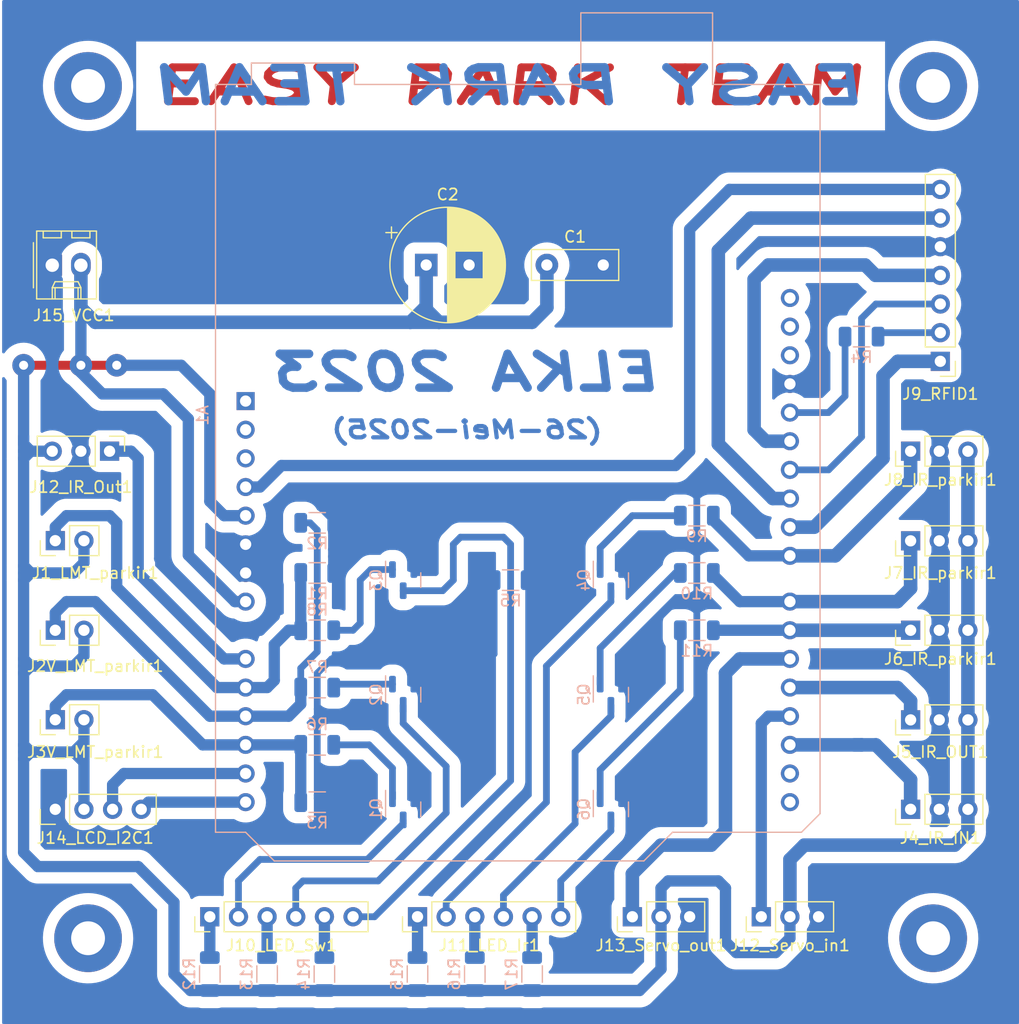
<source format=kicad_pcb>
(kicad_pcb (version 20211014) (generator pcbnew)
  (layers (0 "F.Cu" signal) (31 "B.Cu" signal) (34 "B.Paste" user) (35 "F.Paste" user) (36 "B.SilkS" user "B.Silkscreen") (37 "F.SilkS" user "F.Silkscreen") (38 "B.Mask" user) (39 "F.Mask" user) (44 "Edge.Cuts" user))
  (net 0 "")
  (net 4 "3,3V")
  (net 5 "5,5V")
  (net 6 "Earth")
  (net 7 "VCC")
  (net 8 "A0")
  (net 9 "A1")
  (net 10 "A2")
  (net 11 "A3")
  (net 12 "A4")
  (net 13 "A5")
  (net 16 "D2")
  (net 17 "D3")
  (net 18 "D4")
  (net 19 "D5")
  (net 20 "D6")
  (net 21 "D7")
  (net 22 "D8")
  (net 23 "D9")
  (net 24 "D10")
  (net 25 "D11")
  (net 26 "D12")
  (net 27 "D13")
  (net 29 "A6")
  (net 30 "A7")
  (net 31 "Net-(J10_LED_Sw1-Pad1)")
  (net 32 "Net-(J10_LED_Sw1-Pad2)")
  (net 33 "Net-(J10_LED_Sw1-Pad3)")
  (net 34 "Net-(J10_LED_Sw1-Pad4)")
  (net 35 "Net-(J10_LED_Sw1-Pad5)")
  (net 36 "Net-(J10_LED_Sw1-Pad6)")
  (net 37 "Net-(J11_LED_Ir1-Pad1)")
  (net 38 "Net-(J11_LED_Ir1-Pad2)")
  (net 39 "Net-(J11_LED_Ir1-Pad3)")
  (net 40 "Net-(J11_LED_Ir1-Pad4)")
  (net 41 "Net-(J11_LED_Ir1-Pad5)")
  (net 42 "Net-(J11_LED_Ir1-Pad6)")
  (net 43 "Net-(Q1-Pad1)")
  (net 44 "Net-(Q2-Pad1)")
  (net 45 "Net-(Q3-Pad1)")
  (net 46 "Net-(Q4-Pad1)")
  (net 47 "Net-(Q5-Pad1)")
  (net 48 "Net-(Q6-Pad1)")
  (footprint "Connector_PinHeader_2.54mm:PinHeader_1x02_P2.54mm_Vertical" (layer "F.Cu") (at 130.445 83.495 90)
    (fp_text reference "J1_LMT_parkir1")
    (fp_text value "Conn_01x02")
  )
  (footprint "Connector_PinHeader_2.54mm:PinHeader_1x04_P2.54mm_Vertical" (layer "F.Cu") (at 130.445 107.315 90)
    (fp_text reference "J14_LCD_I2C1")
    (fp_text value "Conn_01x04")
  )
  (footprint "Connector_PinHeader_2.54mm:PinHeader_1x07_P2.54mm_Vertical" (layer "F.Cu") (at 208.915 67.595 180)
    (fp_text reference "J9_RFID1")
    (fp_text value "Conn_01x07")
  )
  (footprint "Connector_PinHeader_2.54mm:PinHeader_1x03_P2.54mm_Vertical" (layer "F.Cu") (at 135.255 75.565 -90)
    (fp_text reference "J12_IR_Out1")
    (fp_text value "Conn_01x03")
  )
  (footprint "Connector_PinHeader_2.54mm:PinHeader_1x03_P2.54mm_Vertical" (layer "F.Cu") (at 206.28 91.44 90)
    (fp_text reference "J6_IR_parkir1")
    (fp_text value "Conn_01x03")
  )
  (footprint "Connector_Molex:Molex_KK-254_AE-6410-02A_1x02_P2.54mm_Vertical" (layer "F.Cu") (at 130.175 59.075)
    (fp_text reference "J15_VCC1")
    (fp_text value "Conn_01x02")
  )
  (footprint "Connector_PinHeader_2.54mm:PinHeader_1x06_P2.54mm_Vertical" (layer "F.Cu") (at 144.145 116.84 90)
    (fp_text reference "J10_LED_Sw1")
    (fp_text value "Conn_01x06")
  )
  (footprint "Connector_PinHeader_2.54mm:PinHeader_1x03_P2.54mm_Vertical" (layer "F.Cu") (at 206.28 83.51 90)
    (fp_text reference "J7_IR_parkir1")
    (fp_text value "Conn_01x03")
  )
  (footprint "Capacitor_THT:C_Disc_D7.5mm_W2.5mm_P5.00mm" (layer "F.Cu") (at 174.03 59.055)
    (fp_text reference "C1")
    (fp_text value "C_Small")
  )
  (footprint "Connector_PinHeader_2.54mm:PinHeader_1x02_P2.54mm_Vertical" (layer "F.Cu") (at 130.445 99.37 90)
    (fp_text reference "J3V_LMT_parkir1")
    (fp_text value "Conn_01x02")
  )
  (footprint "Capacitor_THT:CP_Radial_D10.0mm_P3.80mm" (layer "F.Cu") (at 163.332323 59.055)
    (fp_text reference "C2")
    (fp_text value "C_Polarized_US")
  )
  (footprint "Connector_PinHeader_2.54mm:PinHeader_1x06_P2.54mm_Vertical" (layer "F.Cu") (at 162.56 116.84 90)
    (fp_text reference "J11_LED_Ir1")
    (fp_text value "Conn_01x06")
  )
  (footprint "Connector_PinHeader_2.54mm:PinHeader_1x03_P2.54mm_Vertical" (layer "F.Cu") (at 193.04 116.84 90)
    (fp_text reference "J12_Servo_in1")
    (fp_text value "Conn_01x03")
  )
  (footprint "Connector_PinHeader_2.54mm:PinHeader_1x02_P2.54mm_Vertical" (layer "F.Cu") (at 130.445 91.44 90)
    (fp_text reference "J2V_LMT_parkir1")
    (fp_text value "Conn_01x02")
  )
  (footprint "Connector_PinHeader_2.54mm:PinHeader_1x03_P2.54mm_Vertical" (layer "F.Cu") (at 206.28 99.385 90)
    (fp_text reference "J5_IR_OUT1")
    (fp_text value "Conn_01x03")
  )
  (footprint "Connector_PinHeader_2.54mm:PinHeader_1x03_P2.54mm_Vertical" (layer "F.Cu") (at 206.28 107.315 90)
    (fp_text reference "J4_IR_IN1")
    (fp_text value "Conn_01x03")
  )
  (footprint "Connector_PinHeader_2.54mm:PinHeader_1x03_P2.54mm_Vertical" (layer "F.Cu") (at 181.61 116.84 90)
    (fp_text reference "J13_Servo_out1")
    (fp_text value "Conn_01x03")
  )
  (footprint "Connector_PinHeader_2.54mm:PinHeader_1x03_P2.54mm_Vertical" (layer "F.Cu") (at 206.28 75.565 90)
    (fp_text reference "J8_IR_parkir1")
    (fp_text value "Conn_01x03")
  )
  (footprint "Package_TO_SOT_SMD:SOT-23" (layer "B.Cu") (at 161.29 86.995 -90)
    (fp_text reference "Q3")
    (fp_text value "BC818")
  )
  (footprint "Resistor_SMD:R_1206_3216Metric" (layer "B.Cu") (at 153.67 81.915)
    (fp_text reference "R2")
    (fp_text value "R_US")
  )
  (footprint "Resistor_SMD:R_1206_3216Metric" (layer "B.Cu") (at 187.325 86.36)
    (fp_text reference "R10")
    (fp_text value "R_US")
  )
  (footprint "Module:Arduino_UNO_R3" (layer "B.Cu") (at 147.32 71.12 -90)
    (fp_text reference "A1")
    (fp_text value "Arduino_UNO_R3")
  )
  (footprint "Package_TO_SOT_SMD:SOT-23" (layer "B.Cu") (at 179.705 86.995 -90)
    (fp_text reference "Q4")
    (fp_text value "BC818")
  )
  (footprint "Package_TO_SOT_SMD:SOT-23" (layer "B.Cu") (at 179.705 97.155 -90)
    (fp_text reference "Q5")
    (fp_text value "BC818")
  )
  (footprint "Resistor_SMD:R_1206_3216Metric" (layer "B.Cu") (at 144.145 121.92 -90)
    (fp_text reference "R12")
    (fp_text value "R_US")
  )
  (footprint "Resistor_SMD:R_1206_3216Metric" (layer "B.Cu") (at 149.225 121.92 -90)
    (fp_text reference "R13")
    (fp_text value "R_US")
  )
  (footprint "Resistor_SMD:R_1206_3216Metric" (layer "B.Cu") (at 162.56 121.92 -90)
    (fp_text reference "R15")
    (fp_text value "R_US")
  )
  (footprint "Resistor_SMD:R_1206_3216Metric" (layer "B.Cu") (at 154.305 121.92 -90)
    (fp_text reference "R14")
    (fp_text value "R_US")
  )
  (footprint "Resistor_SMD:R_1206_3216Metric" (layer "B.Cu") (at 153.67 86.36)
    (fp_text reference "R1")
    (fp_text value "R_US")
  )
  (footprint "Package_TO_SOT_SMD:SOT-23" (layer "B.Cu") (at 161.29 107.315 -90)
    (fp_text reference "Q1")
    (fp_text value "BC818")
  )
  (footprint "Resistor_SMD:R_1206_3216Metric" (layer "B.Cu") (at 153.67 106.68)
    (fp_text reference "R3")
    (fp_text value "R_US")
  )
  (footprint "Resistor_SMD:R_1206_3216Metric" (layer "B.Cu") (at 187.325 91.44)
    (fp_text reference "R11")
    (fp_text value "R_US")
  )
  (footprint "Resistor_SMD:R_1206_3216Metric" (layer "B.Cu") (at 201.93 65.405)
    (fp_text reference "R4")
    (fp_text value "R_US")
  )
  (footprint "Package_TO_SOT_SMD:SOT-23" (layer "B.Cu") (at 161.29 97.155 -90)
    (fp_text reference "Q2")
    (fp_text value "BC818")
  )
  (footprint "Resistor_SMD:R_1206_3216Metric" (layer "B.Cu") (at 153.67 101.6 180)
    (fp_text reference "R6")
    (fp_text value "R_US")
  )
  (footprint "Resistor_SMD:R_1206_3216Metric" (layer "B.Cu") (at 187.325 81.28)
    (fp_text reference "R9")
    (fp_text value "R_US")
  )
  (footprint "Resistor_SMD:R_1206_3216Metric" (layer "B.Cu") (at 167.64 121.92 -90)
    (fp_text reference "R16")
    (fp_text value "R_US")
  )
  (footprint "Package_TO_SOT_SMD:SOT-23" (layer "B.Cu") (at 179.705 107.315 -90)
    (fp_text reference "Q6")
    (fp_text value "BC818")
  )
  (footprint "Resistor_SMD:R_1206_3216Metric" (layer "B.Cu") (at 153.67 91.44 180)
    (fp_text reference "R8")
    (fp_text value "R_US")
  )
  (footprint "Resistor_SMD:R_1206_3216Metric" (layer "B.Cu") (at 172.72 121.92 -90)
    (fp_text reference "R17")
    (fp_text value "R_US")
  )
  (footprint "Resistor_SMD:R_1206_3216Metric" (layer "B.Cu") (at 153.67 96.52 180)
    (fp_text reference "R7")
    (fp_text value "R_US")
  )
  (footprint "Resistor_SMD:R_1206_3216Metric" (layer "B.Cu") (at 170.815 86.995)
    (fp_text reference "R5")
    (fp_text value "R_US")
  )
  (gr_line (start 135.89 67.945) (end 127.635 67.945) (layer "F.Cu") (width 0.8))
  (gr_line (start 127.635 67.945) (end 127 67.945) (layer "F.Cu") (width 0.2))
  (gr_text "EASY PARK TEAM" (at 170.815 43.18) (layer "F.Cu") (effects (font (size 3 5) (thickness 0.7) italic)))
  (gr_text "ELKA 2023" (at 167.005 68.58) (layer "B.Cu") (effects (font (size 3 4.2) (thickness 0.75) italic) (justify mirror)))
  (gr_text "EASY PARK TEAM" (at 170.815 43.18) (layer "B.Cu") (effects (font (size 3 5) (thickness 0.75) italic) (justify mirror)))
  (gr_text "(26-Mei-2025)" (at 167.005 73.66) (layer "B.Cu") (effects (font (size 1.5 2) (thickness 0.375) italic) (justify mirror)))
  (via (at 133.35 43.18) (size 6) (drill 3) (layers "F.Cu" "B.Cu") (net 0))
  (via (at 133.35 118.745) (size 6) (drill 3) (layers "F.Cu" "B.Cu") (net 0))
  (via (at 208.28 43.18) (size 6) (drill 3) (layers "F.Cu" "B.Cu") (net 0))
  (via (at 208.28 118.745) (size 6) (drill 3) (layers "F.Cu" "B.Cu") (net 0))
  (segment (start 185.42 76.835) (end 186.69 75.565) (width 1) (layer "B.Cu") (net 4))
  (segment (start 186.69 55.88) (end 190.215 52.355) (width 1) (layer "B.Cu") (net 4))
  (segment (start 150.495 76.835) (end 185.42 76.835) (width 1) (layer "B.Cu") (net 4))
  (segment (start 148.59 78.74) (end 150.495 76.835) (width 1) (layer "B.Cu") (net 4))
  (segment (start 190.215 52.355) (end 208.915 52.355) (width 1) (layer "B.Cu") (net 4))
  (segment (start 147.32 78.74) (end 148.59 78.74) (width 1) (layer "B.Cu") (net 4))
  (segment (start 186.69 75.565) (end 186.69 55.88) (width 1) (layer "B.Cu") (net 4))
  (via (at 135.89 67.945) (size 2) (drill 0.8) (layers "F.Cu" "B.Cu") (net 5))
  (segment (start 144.145 80.01) (end 145.415 81.28) (width 1) (layer "B.Cu") (net 5))
  (segment (start 144.145 70.485) (end 144.145 80.01) (width 1) (layer "B.Cu") (net 5))
  (segment (start 135.89 67.945) (end 141.605 67.945) (width 1) (layer "B.Cu") (net 5))
  (segment (start 141.605 67.945) (end 144.145 70.485) (width 1) (layer "B.Cu") (net 5))
  (segment (start 145.415 81.28) (end 147.32 81.28) (width 1) (layer "B.Cu") (net 5))
  (segment (start 179.03 50.205) (end 179.03 50.125) (width 1.2) (layer "B.Cu") (net 6))
  (segment (start 213.36 70.485) (end 212.725 71.12) (width 1.2) (layer "B.Cu") (net 6))
  (segment (start 156.21 83.82) (end 155.575 83.82) (width 0.6) (layer "B.Cu") (net 6))
  (segment (start 213.995 71.755) (end 213.36 71.12) (width 1) (layer "B.Cu") (net 6))
  (segment (start 187.325 89.535) (end 187.325 88.9) (width 0.6) (layer "B.Cu") (net 6))
  (segment (start 162.24 103.185) (end 162.24 106.3775) (width 0.6) (layer "B.Cu") (net 6))
  (segment (start 172.2775 79.5675) (end 172.2775 78.9325) (width 0.6) (layer "B.Cu") (net 6))
  (segment (start 161.61 93.98) (end 160.02 93.98) (width 0.6) (layer "B.Cu") (net 6))
  (segment (start 187.325 79.375) (end 186.69 78.74) (width 0.6) (layer "B.Cu") (net 6))
  (segment (start 177.8 48.895) (end 182.245 48.895) (width 1.2) (layer "B.Cu") (net 6))
  (segment (start 156.21 83.82) (end 155.1325 82.7425) (width 0.6) (layer "B.Cu") (net 6))
  (segment (start 169.3525 93.5375) (end 169.3525 86.995) (width 0.6) (layer "B.Cu") (net 6))
  (segment (start 182.245 48.895) (end 211.455 48.895) (width 1.2) (layer "B.Cu") (net 6))
  (segment (start 180.655 86.0575) (end 180.655 84.775) (width 0.6) (layer "B.Cu") (net 6))
  (segment (start 212.44 57.435) (end 213.36 56.515) (width 1) (layer "B.Cu") (net 6))
  (segment (start 209.55 71.12) (end 212.725 71.12) (width 1.2) (layer "B.Cu") (net 6))
  (segment (start 180.34 48.895) (end 182.245 48.895) (width 1.2) (layer "B.Cu") (net 6))
  (segment (start 160.02 93.98) (end 163.195 93.98) (width 0.6) (layer "B.Cu") (net 6))
  (segment (start 211.455 48.895) (end 213.36 50.8) (width 1.2) (layer "B.Cu") (net 6))
  (segment (start 130.445 108.855) (end 130.445 107.315) (width 0.6) (layer "B.Cu") (net 6))
  (segment (start 196.215 123.19) (end 198.12 121.285) (width 1) (layer "B.Cu") (net 6))
  (segment (start 155.575 83.82) (end 155.1325 84.2625) (width 0.6) (layer "B.Cu") (net 6))
  (segment (start 165.735 48.895) (end 168.275 48.895) (width 1.2) (layer "B.Cu") (net 6))
  (segment (start 155.1325 84.2625) (end 155.1325 84.8975) (width 1) (layer "B.Cu") (net 6))
  (segment (start 130.175 59.075) (end 130.175 71.12) (width 1) (layer "B.Cu") (net 6))
  (segment (start 186.69 121.285) (end 188.595 123.19) (width 1) (layer "B.Cu") (net 6))
  (segment (start 167.132323 50.037677) (end 166.877677 50.037677) (width 1.2) (layer "B.Cu") (net 6))
  (segment (start 172.085 78.74) (end 171.45 78.74) (width 0.6) (layer "B.Cu") (net 6))
  (segment (start 132.715 75.565) (end 132.715 73.66) (width 1) (layer "B.Cu") (net 6))
  (segment (start 212.44 57.435) (end 213.075 57.435) (width 1.2) (layer "B.Cu") (net 6))
  (segment (start 180.655 84.775) (end 181.61 83.82) (width 0.6) (layer "B.Cu") (net 6))
  (segment (start 181.61 83.82) (end 186.69 83.82) (width 0.6) (layer "B.Cu") (net 6))
  (segment (start 213.36 50.8) (end 213.36 57.15) (width 1.2) (layer "B.Cu") (net 6))
  (segment (start 146.05 91.44) (end 148.59 91.44) (width 1) (layer "B.Cu") (net 6))
  (segment (start 208.915 57.435) (end 212.44 57.435) (width 1.2) (layer "B.Cu") (net 6))
  (segment (start 180.655 93.665) (end 185.42 88.9) (width 0.6) (layer "B.Cu") (net 6))
  (segment (start 153.67 106.045) (end 153.67 108.585) (width 0.6) (layer "B.Cu") (net 6))
  (segment (start 179.03 50.125) (end 177.8 48.895) (width 1.2) (layer "B.Cu") (net 6))
  (segment (start 149.86 90.17) (end 149.86 84.455) (width 1) (layer "B.Cu") (net 6))
  (segment (start 154.305 99.06) (end 158.115 99.06) (width 0.6) (layer "B.Cu") (net 6))
  (segment (start 172.2775 78.9325) (end 172.085 78.74) (width 0.6) (layer "B.Cu") (net 6))
  (segment (start 168.275 48.895) (end 177.8 48.895) (width 1.2) (layer "B.Cu") (net 6))
  (segment (start 133.35 73.025) (end 133.985 73.025) (width 1) (layer "B.Cu") (net 6))
  (segment (start 186.69 83.82) (end 187.325 83.82) (width 0.6) (layer "B.Cu") (net 6))
  (segment (start 211.455 113.03) (end 213.995 110.49) (width 1) (layer "B.Cu") (net 6))
  (segment (start 198.12 113.665) (end 198.755 113.03) (width 1) (layer "B.Cu") (net 6))
  (segment (start 132.715 48.895) (end 165.735 48.895) (width 1.2) (layer "B.Cu") (net 6))
  (segment (start 154.305 99.06) (end 153.67 99.695) (width 0.6) (layer "B.Cu") (net 6))
  (segment (start 155.1325 82.7425) (end 155.1325 84.2625) (width 1) (layer "B.Cu") (net 6))
  (segment (start 172.72 78.74) (end 172.085 78.74) (width 0.6) (layer "B.Cu") (net 6))
  (segment (start 147.32 83.82) (end 147.32 86.36) (width 1) (layer "B.Cu") (net 6))
  (segment (start 130.175 59.075) (end 130.175 51.435) (width 1.2) (layer "B.Cu") (net 6))
  (segment (start 139.7 85.09) (end 146.05 91.44) (width 1) (layer "B.Cu") (net 6))
  (segment (start 168.91 93.98) (end 169.3525 93.5375) (width 0.6) (layer "B.Cu") (net 6))
  (segment (start 154.305 79.375) (end 155.1325 80.2025) (width 1) (layer "B.Cu") (net 6))
  (segment (start 198.12 116.84) (end 198.12 113.665) (width 1) (layer "B.Cu") (net 6))
  (segment (start 213.36 56.515) (end 213.36 58.42) (width 1.2) (layer "B.Cu") (net 6))
  (segment (start 153.67 99.695) (end 153.67 106.045) (width 0.6) (layer "B.Cu") (net 6))
  (segment (start 151.13 79.375) (end 149.86 80.645) (width 1) (layer "B.Cu") (net 6))
  (segment (start 153.67 98.425) (end 154.305 99.06) (width 0.6) (layer "B.Cu") (net 6))
  (segment (start 132.715 73.66) (end 133.35 73.025) (width 1) (layer "B.Cu") (net 6))
  (segment (start 186.69 78.74) (end 172.72 78.74) (width 0.6) (layer "B.Cu") (net 6))
  (segment (start 149.86 80.645) (end 149.86 83.185) (width 1) (layer "B.Cu") (net 6))
  (segment (start 187.325 97.79) (end 187.325 89.535) (width 0.6) (layer "B.Cu") (net 6))
  (segment (start 153.67 95.25) (end 153.67 98.425) (width 0.6) (layer "B.Cu") (net 6))
  (segment (start 156.21 83.82) (end 155.1325 84.8975) (width 0.6) (layer "B.Cu") (net 6))
  (segment (start 198.12 121.285) (end 198.12 116.84) (width 1) (layer "B.Cu") (net 6))
  (segment (start 186.69 88.9) (end 187.325 88.265) (width 0.6) (layer "B.Cu") (net 6))
  (segment (start 213.36 58.42) (end 213.36 70.485) (width 1.2) (layer "B.Cu") (net 6))
  (segment (start 172.2775 79.1825) (end 172.72 78.74) (width 0.6) (layer "B.Cu") (net 6))
  (segment (start 153.67 108.585) (end 152.4 109.855) (width 0.6) (layer "B.Cu") (net 6))
  (segment (start 153.67 106.3625) (end 153.9875 106.68) (width 0.6) (layer "B.Cu") (net 6))
  (segment (start 133.985 73.025) (end 138.43 73.025) (width 1) (layer "B.Cu") (net 6))
  (segment (start 139.7 74.295) (end 139.7 85.09) (width 1) (layer "B.Cu") (net 6))
  (segment (start 212.44 57.5) (end 213.36 58.42) (width 1) (layer "B.Cu") (net 6))
  (segment (start 160.02 93.98) (end 154.94 93.98) (width 0.6) (layer "B.Cu") (net 6))
  (segment (start 213.075 57.435) (end 213.36 57.15) (width 1.2) (layer "B.Cu") (net 6))
  (segment (start 186.69 116.84) (end 186.69 121.285) (width 1) (layer "B.Cu") (net 6))
  (segment (start 186.69 83.82) (end 187.325 83.185) (width 0.6) (layer "B.Cu") (net 6))
  (segment (start 212.09 71.12) (end 212.725 71.12) (width 1.2) (layer "B.Cu") (net 6))
  (segment (start 149.225 83.82) (end 149.86 84.455) (width 1) (layer "B.Cu") (net 6))
  (segment (start 153.67 79.375) (end 154.305 79.375) (width 1) (layer "B.Cu") (net 6))
  (segment (start 149.86 84.455) (end 149.86 83.185) (width 1) (layer "B.Cu") (net 6))
  (segment (start 172.2775 79.5675) (end 172.2775 79.1825) (width 0.6) (layer "B.Cu") (net 6))
  (segment (start 154.94 93.98) (end 153.67 95.25) (width 0.6) (layer "B.Cu") (net 6))
  (segment (start 187.325 83.185) (end 187.325 79.375) (width 0.6) (layer "B.Cu") (net 6))
  (segment (start 153.67 98.425) (end 153.67 99.695) (width 0.6) (layer "B.Cu") (net 6))
  (segment (start 155.575 78.74) (end 154.94 79.375) (width 0.6) (layer "B.Cu") (net 6))
  (segment (start 152.4 109.855) (end 131.445 109.855) (width 0.6) (layer "B.Cu") (net 6))
  (segment (start 163.195 93.98) (end 162.87 93.98) (width 0.6) (layer "B.Cu") (net 6))
  (segment (start 162.24 86.0575) (end 162.24 84.77) (width 0.6) (layer "B.Cu") (net 6))
  (segment (start 153.67 79.375) (end 151.13 79.375) (width 1) (layer "B.Cu") (net 6))
  (segment (start 130.175 71.12) (end 132.08 73.025) (width 1) (layer "B.Cu") (net 6))
  (segment (start 187.325 84.455) (end 187.325 83.82) (width 0.6) (layer "B.Cu") (net 6))
  (segment (start 162.24 96.2175) (end 162.24 94.61) (width 0.6) (layer "B.Cu") (net 6))
  (segment (start 185.42 88.9) (end 186.69 88.9) (width 0.6) (layer "B.Cu") (net 6))
  (segment (start 171.45 78.74) (end 155.575 78.74) (width 0.6) (layer "B.Cu") (net 6))
  (segment (start 163.195 93.98) (end 168.91 93.98) (width 0.6) (layer "B.Cu") (net 6))
  (segment (start 179.03 59.055) (end 179.03 50.205) (width 1.2) (layer "B.Cu") (net 6))
  (segment (start 138.43 73.025) (end 139.7 74.295) (width 1) (layer "B.Cu") (net 6))
  (segment (start 133.985 73.025) (end 132.08 73.025) (width 1) (layer "B.Cu") (net 6))
  (segment (start 149.225 83.82) (end 147.32 83.82) (width 1) (layer "B.Cu") (net 6))
  (segment (start 166.877677 50.037677) (end 165.735 48.895) (width 1.2) (layer "B.Cu") (net 6))
  (segment (start 179.03 50.205) (end 180.34 48.895) (width 1.2) (layer "B.Cu") (net 6))
  (segment (start 212.44 57.435) (end 212.44 57.5) (width 1) (layer "B.Cu") (net 6))
  (segment (start 154.94 79.375) (end 153.67 79.375) (width 0.6) (layer "B.Cu") (net 6))
  (segment (start 155.1325 80.2025) (end 155.1325 82.7425) (width 1) (layer "B.Cu") (net 6))
  (segment (start 172.2775 79.1825) (end 171.835 78.74) (width 0.6) (layer "B.Cu") (net 6))
  (segment (start 153.9875 106.68) (end 155.1325 106.68) (width 0.6) (layer "B.Cu") (net 6))
  (segment (start 162.24 94.61) (end 161.61 93.98) (width 0.6) (layer "B.Cu") (net 6))
  (segment (start 198.755 113.03) (end 211.455 113.03) (width 1) (layer "B.Cu") (net 6))
  (segment (start 187.325 83.82) (end 187.325 83.185) (width 0.6) (layer "B.Cu") (net 6))
  (segment (start 186.69 88.9) (end 187.325 88.9) (width 0.6) (layer "B.Cu") (net 6))
  (segment (start 208.82 107.315) (end 208.82 71.85) (width 1.2) (layer "B.Cu") (net 6))
  (segment (start 167.132323 50.037677) (end 168.275 48.895) (width 1.2) (layer "B.Cu") (net 6))
  (segment (start 148.59 91.44) (end 149.86 90.17) (width 1) (layer "B.Cu") (net 6))
  (segment (start 171.835 78.74) (end 171.45 78.74) (width 0.6) (layer "B.Cu") (net 6))
  (segment (start 186.69 83.82) (end 187.325 84.455) (width 0.6) (layer "B.Cu") (net 6))
  (segment (start 161.29 83.82) (end 156.21 83.82) (width 0.6) (layer "B.Cu") (net 6))
  (segment (start 187.325 88.9) (end 187.325 88.265) (width 0.6) (layer "B.Cu") (net 6))
  (segment (start 130.175 51.435) (end 132.715 48.895) (width 1.2) (layer "B.Cu") (net 6))
  (segment (start 131.445 109.855) (end 130.445 108.855) (width 0.6) (layer "B.Cu") (net 6))
  (segment (start 187.325 88.265) (end 187.325 84.455) (width 0.6) (layer "B.Cu") (net 6))
  (segment (start 155.1325 84.8975) (end 155.1325 86.36) (width 1) (layer "B.Cu") (net 6))
  (segment (start 213.995 110.49) (end 213.995 71.755) (width 1) (layer "B.Cu") (net 6))
  (segment (start 208.82 71.85) (end 209.55 71.12) (width 1.2) (layer "B.Cu") (net 6))
  (segment (start 158.115 99.06) (end 162.24 103.185) (width 0.6) (layer "B.Cu") (net 6))
  (segment (start 162.87 93.98) (end 162.24 94.61) (width 0.6) (layer "B.Cu") (net 6))
  (segment (start 172.2775 86.995) (end 172.2775 79.5675) (width 0.6) (layer "B.Cu") (net 6))
  (segment (start 180.655 104.46) (end 187.325 97.79) (width 0.6) (layer "B.Cu") (net 6))
  (segment (start 149.86 83.185) (end 149.225 83.82) (width 1) (layer "B.Cu") (net 6))
  (segment (start 180.655 96.2175) (end 180.655 93.665) (width 0.6) (layer "B.Cu") (net 6))
  (segment (start 162.24 84.77) (end 161.29 83.82) (width 0.6) (layer "B.Cu") (net 6))
  (segment (start 188.595 123.19) (end 196.215 123.19) (width 1) (layer "B.Cu") (net 6))
  (segment (start 153.67 106.045) (end 153.67 106.3625) (width 0.6) (layer "B.Cu") (net 6))
  (segment (start 186.69 88.9) (end 187.325 89.535) (width 0.6) (layer "B.Cu") (net 6))
  (segment (start 132.08 73.025) (end 132.715 73.66) (width 1) (layer "B.Cu") (net 6))
  (segment (start 180.655 106.3775) (end 180.655 104.46) (width 0.6) (layer "B.Cu") (net 6))
  (segment (start 167.132323 59.055) (end 167.132323 50.037677) (width 1.2) (layer "B.Cu") (net 6))
  (via (at 132.715 67.945) (size 2) (drill 0.8) (layers "F.Cu" "B.Cu") (net 7))
  (via (at 127.635 67.945) (size 2) (drill 0.8) (layers "F.Cu" "B.Cu") (net 7))
  (segment (start 127.635 95.25) (end 127.635 93.98) (width 1) (layer "B.Cu") (net 7))
  (segment (start 172.72 64.135) (end 164.465 64.135) (width 1.2) (layer "B.Cu") (net 7))
  (segment (start 184.15 114.3) (end 184.15 121.475) (width 1) (layer "B.Cu") (net 7))
  (segment (start 127.635 101.6) (end 127.635 95.25) (width 1) (layer "B.Cu") (net 7))
  (segment (start 161.925 64.135) (end 163.195 62.865) (width 1.2) (layer "B.Cu") (net 7))
  (segment (start 132.985 83.495) (end 132.985 85.455) (width 1) (layer "B.Cu") (net 7))
  (segment (start 211.36 109.315) (end 211.36 75.565) (width 1.2) (layer "B.Cu") (net 7))
  (segment (start 140.97 121.92) (end 140.97 115.57) (width 1) (layer "B.Cu") (net 7))
  (segment (start 174.03 59.055) (end 174.03 62.825) (width 1.2) (layer "B.Cu") (net 7))
  (segment (start 210.185 110.49) (end 211.36 109.315) (width 1.2) (layer "B.Cu") (net 7))
  (segment (start 195.58 116.84) (end 195.58 118.745) (width 1) (layer "B.Cu") (net 7))
  (segment (start 132.715 62.865) (end 132.715 67.945) (width 1) (layer "B.Cu") (net 7))
  (segment (start 128.905 112.395) (end 127.635 111.125) (width 1) (layer "B.Cu") (net 7))
  (segment (start 164.465 64.135) (end 163.195 62.865) (width 1.2) (layer "B.Cu") (net 7))
  (segment (start 132.08 94.615) (end 128.905 94.615) (width 1) (layer "B.Cu") (net 7))
  (segment (start 132.08 102.235) (end 132.985 101.33) (width 1) (layer "B.Cu") (net 7))
  (segment (start 184.785 113.665) (end 184.15 114.3) (width 1) (layer "B.Cu") (net 7))
  (segment (start 128.27 86.36) (end 127.635 86.995) (width 1) (layer "B.Cu") (net 7))
  (segment (start 127.635 76.2) (end 127.635 75.565) (width 1) (layer "B.Cu") (net 7))
  (segment (start 132.715 68.58) (end 134.62 70.485) (width 1) (layer "B.Cu") (net 7))
  (segment (start 128.905 102.235) (end 128.27 102.235) (width 1) (layer "B.Cu") (net 7))
  (segment (start 127.635 85.725) (end 127.635 76.2) (width 1) (layer "B.Cu") (net 7))
  (segment (start 127.635 74.295) (end 127.635 67.945) (width 1) (layer "B.Cu") (net 7))
  (segment (start 132.985 101.33) (end 132.985 99.37) (width 1) (layer "B.Cu") (net 7))
  (segment (start 128.27 102.235) (end 127.635 101.6) (width 1) (layer "B.Cu") (net 7))
  (segment (start 140.0175 70.485) (end 142.24 72.7075) (width 1) (layer "B.Cu") (net 7))
  (segment (start 196.85 110.49) (end 210.185 110.49) (width 1.2) (layer "B.Cu") (net 7))
  (segment (start 142.24 72.7075) (end 142.24 84.7725) (width 1) (layer "B.Cu") (net 7))
  (segment (start 127.635 111.125) (end 127.635 102.87) (width 1) (layer "B.Cu") (net 7))
  (segment (start 127.635 75.565) (end 127.635 74.295) (width 1) (layer "B.Cu") (net 7))
  (segment (start 128.905 102.235) (end 127.635 102.235) (width 1) (layer "B.Cu") (net 7))
  (segment (start 128.27 94.615) (end 127.635 93.98) (width 1) (layer "B.Cu") (net 7))
  (segment (start 137.795 112.395) (end 128.905 112.395) (width 1) (layer "B.Cu") (net 7))
  (segment (start 133.985 64.135) (end 161.925 64.135) (width 1.2) (layer "B.Cu") (net 7))
  (segment (start 127.635 93.98) (end 127.635 86.995) (width 1) (layer "B.Cu") (net 7))
  (segment (start 189.23 113.665) (end 184.785 113.665) (width 1) (layer "B.Cu") (net 7))
  (segment (start 130.175 75.565) (end 128.27 75.565) (width 1) (layer "B.Cu") (net 7))
  (segment (start 128.27 75.565) (end 127.635 75.565) (width 1) (layer "B.Cu") (net 7))
  (segment (start 128.27 102.235) (end 127.635 102.87) (width 1) (layer "B.Cu") (net 7))
  (segment (start 132.08 102.235) (end 132.985 103.14) (width 1) (layer "B.Cu") (net 7))
  (segment (start 128.905 94.615) (end 128.27 94.615) (width 1) (layer "B.Cu") (net 7))
  (segment (start 132.715 67.945) (end 132.715 68.58) (width 1) (layer "B.Cu") (net 7))
  (segment (start 195.58 116.84) (end 195.58 111.76) (width 1.2) (layer "B.Cu") (net 7))
  (segment (start 161.925 64.135) (end 164.465 64.135) (width 1.2) (layer "B.Cu") (net 7))
  (segment (start 128.27 94.615) (end 127.635 95.25) (width 1) (layer "B.Cu") (net 7))
  (segment (start 142.4325 123.3825) (end 140.97 121.92) (width 1) (layer "B.Cu") (net 7))
  (segment (start 132.985 85.455) (end 132.08 86.36) (width 1) (layer "B.Cu") (net 7))
  (segment (start 128.905 94.615) (end 127.635 94.615) (width 1) (layer "B.Cu") (net 7))
  (segment (start 195.58 111.76) (end 196.85 110.49) (width 1.2) (layer "B.Cu") (net 7))
  (segment (start 134.62 70.485) (end 140.0175 70.485) (width 1) (layer "B.Cu") (net 7))
  (segment (start 127.635 102.87) (end 127.635 101.6) (width 1) (layer "B.Cu") (net 7))
  (segment (start 146.3675 88.9) (end 147.32 88.9) (width 1) (layer "B.Cu") (net 7))
  (segment (start 189.865 114.3) (end 189.23 113.665) (width 1) (layer "B.Cu") (net 7))
  (segment (start 127.635 86.995) (end 127.635 85.725) (width 1) (layer "B.Cu") (net 7))
  (segment (start 194.31 120.015) (end 190.8175 120.015) (width 1) (layer "B.Cu") (net 7))
  (segment (start 128.27 86.36) (end 127.635 85.725) (width 1) (layer "B.Cu") (net 7))
  (segment (start 189.865 119.0625) (end 189.865 114.3) (width 1) (layer "B.Cu") (net 7))
  (segment (start 163.332323 62.727677) (end 163.332323 59.055) (width 1.2) (layer "B.Cu") (net 7))
  (segment (start 142.24 84.7725) (end 146.3675 88.9) (width 1) (layer "B.Cu") (net 7))
  (segment (start 132.715 62.865) (end 133.985 64.135) (width 1.2) (layer "B.Cu") (net 7))
  (segment (start 190.8175 120.015) (end 189.865 119.0625) (width 1) (layer "B.Cu") (net 7))
  (segment (start 182.2425 123.3825) (end 142.4325 123.3825) (width 1) (layer "B.Cu") (net 7))
  (segment (start 128.27 86.36) (end 127.635 86.36) (width 1) (layer "B.Cu") (net 7))
  (segment (start 132.08 86.36) (end 128.27 86.36) (width 1) (layer "B.Cu") (net 7))
  (segment (start 128.27 75.565) (end 127.635 76.2) (width 1) (layer "B.Cu") (net 7))
  (segment (start 132.985 91.44) (end 132.985 93.71) (width 1) (layer "B.Cu") (net 7))
  (segment (start 132.715 102.235) (end 132.08 102.235) (width 1) (layer "B.Cu") (net 7))
  (segment (start 128.27 75.565) (end 127.635 74.93) (width 1) (layer "B.Cu") (net 7))
  (segment (start 132.985 93.71) (end 132.08 94.615) (width 1) (layer "B.Cu") (net 7))
  (segment (start 184.15 121.475) (end 182.2425 123.3825) (width 1) (layer "B.Cu") (net 7))
  (segment (start 132.08 102.235) (end 128.905 102.235) (width 1) (layer "B.Cu") (net 7))
  (segment (start 163.195 62.865) (end 163.332323 62.727677) (width 1.2) (layer "B.Cu") (net 7))
  (segment (start 140.97 115.57) (end 137.795 112.395) (width 1) (layer "B.Cu") (net 7))
  (segment (start 132.985 107.315) (end 132.985 103.14) (width 1) (layer "B.Cu") (net 7))
  (segment (start 132.985 103.14) (end 132.985 101.33) (width 1) (layer "B.Cu") (net 7))
  (segment (start 174.03 62.825) (end 172.72 64.135) (width 1.2) (layer "B.Cu") (net 7))
  (segment (start 127.635 74.93) (end 127.635 74.295) (width 1) (layer "B.Cu") (net 7))
  (segment (start 195.58 118.745) (end 194.31 120.015) (width 1) (layer "B.Cu") (net 7))
  (segment (start 132.715 62.865) (end 132.715 59.075) (width 1.2) (layer "B.Cu") (net 7))
  (segment (start 137.16 75.565) (end 135.255 75.565) (width 1) (layer "B.Cu") (net 8))
  (segment (start 147.32 93.98) (end 145.415 93.98) (width 1) (layer "B.Cu") (net 8))
  (segment (start 145.415 93.98) (end 137.795 86.36) (width 1) (layer "B.Cu") (net 8))
  (segment (start 137.795 76.2) (end 137.16 75.565) (width 1) (layer "B.Cu") (net 8))
  (segment (start 137.795 86.36) (end 137.795 76.2) (width 1) (layer "B.Cu") (net 8))
  (segment (start 149.86 95.885) (end 149.86 92.71) (width 1) (layer "B.Cu") (net 9))
  (segment (start 135.255 81.28) (end 135.89 81.915) (width 1) (layer "B.Cu") (net 9))
  (segment (start 131.445 81.28) (end 135.255 81.28) (width 1) (layer "B.Cu") (net 9))
  (segment (start 135.89 87.63) (end 144.78 96.52) (width 1) (layer "B.Cu") (net 9))
  (segment (start 152.2075 91.44) (end 152.2075 86.36) (width 1) (layer "B.Cu") (net 9))
  (segment (start 135.89 81.915) (end 135.89 87.63) (width 1) (layer "B.Cu") (net 9))
  (segment (start 144.78 96.52) (end 149.225 96.52) (width 1) (layer "B.Cu") (net 9))
  (segment (start 130.445 82.28) (end 131.445 81.28) (width 1) (layer "B.Cu") (net 9))
  (segment (start 149.225 96.52) (end 149.86 95.885) (width 1) (layer "B.Cu") (net 9))
  (segment (start 149.86 92.71) (end 151.13 91.44) (width 1) (layer "B.Cu") (net 9))
  (segment (start 151.13 91.44) (end 152.2075 91.44) (width 1) (layer "B.Cu") (net 9))
  (segment (start 130.445 83.495) (end 130.445 82.28) (width 1) (layer "B.Cu") (net 9))
  (segment (start 131.445 88.9) (end 133.985 88.9) (width 1) (layer "B.Cu") (net 10))
  (segment (start 153.035 81.915) (end 152.2075 81.915) (width 0.6) (layer "B.Cu") (net 10))
  (segment (start 133.985 88.9) (end 144.145 99.06) (width 1) (layer "B.Cu") (net 10))
  (segment (start 152.2075 96.52) (end 152.2075 94.8075) (width 0.6) (layer "B.Cu") (net 10))
  (segment (start 153.67 82.55) (end 153.035 81.915) (width 0.6) (layer "B.Cu") (net 10))
  (segment (start 152.2075 94.8075) (end 153.67 93.345) (width 0.6) (layer "B.Cu") (net 10))
  (segment (start 153.67 93.345) (end 153.67 82.55) (width 0.6) (layer "B.Cu") (net 10))
  (segment (start 130.445 91.44) (end 130.445 89.9) (width 1) (layer "B.Cu") (net 10))
  (segment (start 144.145 99.06) (end 147.32 99.06) (width 1) (layer "B.Cu") (net 10))
  (segment (start 147.32 99.06) (end 151.13 99.06) (width 1) (layer "B.Cu") (net 10))
  (segment (start 151.13 99.06) (end 152.2075 97.9825) (width 1) (layer "B.Cu") (net 10))
  (segment (start 152.2075 97.9825) (end 152.2075 96.52) (width 1) (layer "B.Cu") (net 10))
  (segment (start 130.445 89.9) (end 131.445 88.9) (width 1) (layer "B.Cu") (net 10))
  (segment (start 152.2075 101.6) (end 147.32 101.6) (width 1) (layer "B.Cu") (net 11))
  (segment (start 130.445 99.37) (end 130.445 98.155) (width 1) (layer "B.Cu") (net 11))
  (segment (start 130.445 98.155) (end 131.445 97.155) (width 1) (layer "B.Cu") (net 11))
  (segment (start 152.2075 106.68) (end 152.2075 101.6) (width 1) (layer "B.Cu") (net 11))
  (segment (start 143.51 101.6) (end 147.32 101.6) (width 1) (layer "B.Cu") (net 11))
  (segment (start 131.445 97.155) (end 139.065 97.155) (width 1) (layer "B.Cu") (net 11))
  (segment (start 139.065 97.155) (end 143.51 101.6) (width 1) (layer "B.Cu") (net 11))
  (segment (start 135.525 105.14) (end 136.525 104.14) (width 1) (layer "B.Cu") (net 12))
  (segment (start 135.525 107.315) (end 135.525 105.14) (width 1) (layer "B.Cu") (net 12))
  (segment (start 136.525 104.14) (end 147.32 104.14) (width 1) (layer "B.Cu") (net 12))
  (segment (start 138.7 106.68) (end 138.065 107.315) (width 1) (layer "B.Cu") (net 13))
  (segment (start 147.32 106.68) (end 138.7 106.68) (width 1) (layer "B.Cu") (net 13))
  (segment (start 203.2 101.6) (end 201.93 101.6) (width 1.2) (layer "B.Cu") (net 16))
  (segment (start 206.28 104.68) (end 203.2 101.6) (width 1.2) (layer "B.Cu") (net 16))
  (segment (start 201.93 101.6) (end 201.295 101.6) (width 1.2) (layer "B.Cu") (net 16))
  (segment (start 201.93 101.6) (end 195.58 101.6) (width 1.2) (layer "B.Cu") (net 16))
  (segment (start 206.28 107.315) (end 206.28 104.68) (width 1.2) (layer "B.Cu") (net 16))
  (segment (start 193.04 99.695) (end 193.675 99.06) (width 1) (layer "B.Cu") (net 17))
  (segment (start 193.675 99.06) (end 195.58 99.06) (width 1) (layer "B.Cu") (net 17))
  (segment (start 193.04 116.84) (end 193.04 99.695) (width 1) (layer "B.Cu") (net 17))
  (segment (start 205.105 96.52) (end 195.58 96.52) (width 1.2) (layer "B.Cu") (net 18))
  (segment (start 206.28 99.385) (end 206.28 97.695) (width 1.2) (layer "B.Cu") (net 18))
  (segment (start 206.28 97.695) (end 205.105 96.52) (width 1.2) (layer "B.Cu") (net 18))
  (segment (start 189.865 95.25) (end 191.135 93.98) (width 1.2) (layer "B.Cu") (net 19))
  (segment (start 181.61 113.03) (end 184.15 110.49) (width 1.2) (layer "B.Cu") (net 19))
  (segment (start 184.15 110.49) (end 188.595 110.49) (width 1.2) (layer "B.Cu") (net 19))
  (segment (start 189.865 109.22) (end 189.865 95.25) (width 1.2) (layer "B.Cu") (net 19))
  (segment (start 188.595 110.49) (end 189.865 109.22) (width 1.2) (layer "B.Cu") (net 19))
  (segment (start 181.61 116.84) (end 181.61 113.03) (width 1.2) (layer "B.Cu") (net 19))
  (segment (start 191.135 93.98) (end 195.58 93.98) (width 1.2) (layer "B.Cu") (net 19))
  (segment (start 195.58 91.44) (end 188.7875 91.44) (width 1) (layer "B.Cu") (net 20))
  (segment (start 206.28 91.44) (end 195.58 91.44) (width 1.2) (layer "B.Cu") (net 20))
  (segment (start 195.58 88.9) (end 191.135 88.9) (width 1) (layer "B.Cu") (net 21))
  (segment (start 195.58 88.9) (end 205.105 88.9) (width 1.2) (layer "B.Cu") (net 21))
  (segment (start 205.105 88.9) (end 206.28 87.725) (width 1.2) (layer "B.Cu") (net 21))
  (segment (start 188.7875 86.5525) (end 188.7875 86.36) (width 1) (layer "B.Cu") (net 21))
  (segment (start 206.28 87.725) (end 206.28 83.51) (width 1.2) (layer "B.Cu") (net 21))
  (segment (start 191.135 88.9) (end 188.7875 86.5525) (width 1) (layer "B.Cu") (net 21))
  (segment (start 206.28 78.16125) (end 206.28 75.565) (width 1.2) (layer "B.Cu") (net 22))
  (segment (start 188.7875 81.69375) (end 188.7875 81.28) (width 1) (layer "B.Cu") (net 22))
  (segment (start 195.58 84.84) (end 199.60125 84.84) (width 1.2) (layer "B.Cu") (net 22))
  (segment (start 191.93375 84.84) (end 188.7875 81.69375) (width 1) (layer "B.Cu") (net 22))
  (segment (start 199.60125 84.84) (end 206.28 78.16125) (width 1.2) (layer "B.Cu") (net 22))
  (segment (start 195.58 84.84) (end 191.93375 84.84) (width 1) (layer "B.Cu") (net 22))
  (segment (start 195.58 82.3) (end 197.735 82.3) (width 1.2) (layer "B.Cu") (net 23))
  (segment (start 197.735 82.3) (end 203.835 76.2) (width 1.2) (layer "B.Cu") (net 23))
  (segment (start 203.835 68.8975) (end 205.1375 67.595) (width 1.2) (layer "B.Cu") (net 23))
  (segment (start 205.1375 67.595) (end 208.28 67.595) (width 1.2) (layer "B.Cu") (net 23))
  (segment (start 203.835 76.2) (end 203.835 68.8975) (width 1.2) (layer "B.Cu") (net 23))
  (segment (start 195.58 79.76) (end 194.06 79.76) (width 1.2) (layer "B.Cu") (net 24))
  (segment (start 192.12 54.895) (end 208.915 54.895) (width 1.2) (layer "B.Cu") (net 24))
  (segment (start 189.23 74.93) (end 189.23 57.785) (width 1.2) (layer "B.Cu") (net 24))
  (segment (start 189.23 57.785) (end 192.12 54.895) (width 1.2) (layer "B.Cu") (net 24))
  (segment (start 194.06 79.76) (end 189.23 74.93) (width 1.2) (layer "B.Cu") (net 24))
  (segment (start 208.915 62.515) (end 203.2 62.515) (width 0.6) (layer "B.Cu") (net 25))
  (segment (start 201.93 63.785) (end 201.93 74.295) (width 0.6) (layer "B.Cu") (net 25))
  (segment (start 203.2 62.515) (end 201.93 63.785) (width 0.6) (layer "B.Cu") (net 25))
  (segment (start 201.93 74.295) (end 199.005 77.22) (width 0.6) (layer "B.Cu") (net 25))
  (segment (start 199.005 77.22) (end 195.58 77.22) (width 0.6) (layer "B.Cu") (net 25))
  (segment (start 192.405 60.325) (end 193.675 59.055) (width 1.2) (layer "B.Cu") (net 26))
  (segment (start 202.2475 59.055) (end 203.1675 59.975) (width 1.2) (layer "B.Cu") (net 26))
  (segment (start 193.425 74.68) (end 192.405 73.66) (width 1.2) (layer "B.Cu") (net 26))
  (segment (start 192.405 73.66) (end 192.405 60.325) (width 1.2) (layer "B.Cu") (net 26))
  (segment (start 193.675 59.055) (end 202.2475 59.055) (width 1.2) (layer "B.Cu") (net 26))
  (segment (start 195.58 74.68) (end 193.425 74.68) (width 1.2) (layer "B.Cu") (net 26))
  (segment (start 203.1675 59.975) (end 208.915 59.975) (width 1.2) (layer "B.Cu") (net 26))
  (segment (start 195.58 72.14) (end 199.005 72.14) (width 0.6) (layer "B.Cu") (net 27))
  (segment (start 203.3925 65.405) (end 203.7425 65.055) (width 0.6) (layer "B.Cu") (net 27))
  (segment (start 199.005 72.14) (end 200.4675 70.6775) (width 0.6) (layer "B.Cu") (net 27))
  (segment (start 200.4675 70.6775) (end 200.4675 65.405) (width 0.6) (layer "B.Cu") (net 27))
  (segment (start 203.7425 65.055) (end 208.915 65.055) (width 0.6) (layer "B.Cu") (net 27))
  (segment (start 144.145 116.84) (end 144.145 120.4575) (width 1) (layer "B.Cu") (net 31))
  (segment (start 146.685 113.665) (end 146.685 116.84) (width 0.6) (layer "B.Cu") (net 32))
  (segment (start 161.29 108.585) (end 158.115 111.76) (width 0.6) (layer "B.Cu") (net 32))
  (segment (start 148.59 111.76) (end 146.685 113.665) (width 0.6) (layer "B.Cu") (net 32))
  (segment (start 158.115 111.76) (end 148.59 111.76) (width 0.6) (layer "B.Cu") (net 32))
  (segment (start 146.845 116.84) (end 146.685 117) (width 1) (layer "B.Cu") (net 32))
  (segment (start 161.29 108.2525) (end 161.29 108.585) (width 0.6) (layer "B.Cu") (net 32))
  (segment (start 149.225 116.84) (end 149.225 120.4575) (width 1) (layer "B.Cu") (net 33))
  (segment (start 161.29 98.0925) (end 161.29 99.695) (width 0.6) (layer "B.Cu") (net 34))
  (segment (start 152.4 113.665) (end 151.765 114.3) (width 0.6) (layer "B.Cu") (net 34))
  (segment (start 165.1 107.6325) (end 159.0675 113.665) (width 0.6) (layer "B.Cu") (net 34))
  (segment (start 159.0675 113.665) (end 152.4 113.665) (width 0.6) (layer "B.Cu") (net 34))
  (segment (start 151.765 114.3) (end 151.765 116.84) (width 0.6) (layer "B.Cu") (net 34))
  (segment (start 161.29 99.695) (end 165.1 103.505) (width 0.6) (layer "B.Cu") (net 34))
  (segment (start 165.1 103.505) (end 165.1 107.6325) (width 0.6) (layer "B.Cu") (net 34))
  (segment (start 154.305 116.84) (end 154.305 120.4575) (width 1) (layer "B.Cu") (net 35))
  (segment (start 158.75 116.84) (end 156.845 116.84) (width 0.6) (layer "B.Cu") (net 36))
  (segment (start 165.735 83.82) (end 166.37 83.185) (width 0.6) (layer "B.Cu") (net 36))
  (segment (start 170.815 83.82) (end 170.815 104.775) (width 0.6) (layer "B.Cu") (net 36))
  (segment (start 170.815 104.775) (end 158.75 116.84) (width 0.6) (layer "B.Cu") (net 36))
  (segment (start 164.7975 87.9325) (end 165.735 86.995) (width 0.6) (layer "B.Cu") (net 36))
  (segment (start 166.37 83.185) (end 170.18 83.185) (width 0.6) (layer "B.Cu") (net 36))
  (segment (start 165.735 86.995) (end 165.735 83.82) (width 0.6) (layer "B.Cu") (net 36))
  (segment (start 170.18 83.185) (end 170.815 83.82) (width 0.6) (layer "B.Cu") (net 36))
  (segment (start 161.29 87.9325) (end 164.7975 87.9325) (width 0.6) (layer "B.Cu") (net 36))
  (segment (start 162.56 116.84) (end 162.56 120.4575) (width 1) (layer "B.Cu") (net 37))
  (segment (start 173.99 94.615) (end 179.705 88.9) (width 0.6) (layer "B.Cu") (net 38))
  (segment (start 173.99 106.68) (end 173.99 94.615) (width 0.6) (layer "B.Cu") (net 38))
  (segment (start 179.705 88.9) (end 179.705 87.9325) (width 0.6) (layer "B.Cu") (net 38))
  (segment (start 165.1 115.57) (end 173.99 106.68) (width 0.6) (layer "B.Cu") (net 38))
  (segment (start 165.1 116.84) (end 165.1 115.57) (width 0.6) (layer "B.Cu") (net 38))
  (segment (start 167.99 116.84) (end 167.64 117.19) (width 1) (layer "B.Cu") (net 39))
  (segment (start 167.64 117.19) (end 167.64 120.4575) (width 1) (layer "B.Cu") (net 39))
  (segment (start 176.53 102.235) (end 179.705 99.06) (width 0.6) (layer "B.Cu") (net 40))
  (segment (start 170.18 116.84) (end 170.18 114.935) (width 0.6) (layer "B.Cu") (net 40))
  (segment (start 179.705 99.06) (end 179.705 98.0925) (width 0.6) (layer "B.Cu") (net 40))
  (segment (start 170.18 114.935) (end 176.53 108.585) (width 0.6) (layer "B.Cu") (net 40))
  (segment (start 176.53 108.585) (end 176.53 102.235) (width 0.6) (layer "B.Cu") (net 40))
  (segment (start 172.72 116.84) (end 172.72 120.4575) (width 1) (layer "B.Cu") (net 41))
  (segment (start 179.705 109.22) (end 175.26 113.665) (width 0.6) (layer "B.Cu") (net 42))
  (segment (start 179.705 108.2525) (end 179.705 109.22) (width 0.6) (layer "B.Cu") (net 42))
  (segment (start 175.26 113.665) (end 175.26 116.84) (width 0.6) (layer "B.Cu") (net 42))
  (segment (start 160.34 103.6675) (end 158.2725 101.6) (width 0.6) (layer "B.Cu") (net 43))
  (segment (start 158.2725 101.6) (end 155.1325 101.6) (width 0.6) (layer "B.Cu") (net 43))
  (segment (start 160.34 106.3775) (end 160.34 103.6675) (width 0.6) (layer "B.Cu") (net 43))
  (segment (start 155.435 96.2175) (end 155.1325 96.52) (width 0.6) (layer "B.Cu") (net 44))
  (segment (start 160.34 96.2175) (end 155.435 96.2175) (width 0.6) (layer "B.Cu") (net 44))
  (segment (start 158.4175 86.0575) (end 157.48 86.995) (width 0.6) (layer "B.Cu") (net 45))
  (segment (start 160.34 86.0575) (end 158.4175 86.0575) (width 0.6) (layer "B.Cu") (net 45))
  (segment (start 156.845 91.44) (end 155.1325 91.44) (width 0.6) (layer "B.Cu") (net 45))
  (segment (start 157.48 86.995) (end 157.48 90.805) (width 0.6) (layer "B.Cu") (net 45))
  (segment (start 157.48 90.805) (end 156.845 91.44) (width 0.6) (layer "B.Cu") (net 45))
  (segment (start 178.755 84.135) (end 181.61 81.28) (width 0.6) (layer "B.Cu") (net 46))
  (segment (start 181.61 81.28) (end 185.8625 81.28) (width 0.6) (layer "B.Cu") (net 46))
  (segment (start 178.755 86.0575) (end 178.755 84.135) (width 0.6) (layer "B.Cu") (net 46))
  (segment (start 185.42 86.36) (end 178.755 93.025) (width 0.6) (layer "B.Cu") (net 47))
  (segment (start 185.8625 86.36) (end 185.42 86.36) (width 0.6) (layer "B.Cu") (net 47))
  (segment (start 178.755 93.025) (end 178.755 96.2175) (width 0.6) (layer "B.Cu") (net 47))
  (segment (start 178.755 103.82) (end 178.755 106.3775) (width 0.6) (layer "B.Cu") (net 48))
  (segment (start 185.8625 91.44) (end 185.8625 96.7125) (width 0.6) (layer "B.Cu") (net 48))
  (segment (start 185.8625 96.7125) (end 178.755 103.82) (width 0.6) (layer "B.Cu") (net 48))
  (zone (net 6) (net_name "Earth") (layer "B.Cu") (connect_pads yes (clearance 1)) (min_thickness 0.254) (fill yes (thermal_gap 1) (thermal_bridge_width 1))
    (polygon (pts (xy 215.9 126.365) (xy 125.73 126.365) (xy 125.73 35.56) (xy 215.9 35.56)))
  )
)
</source>
